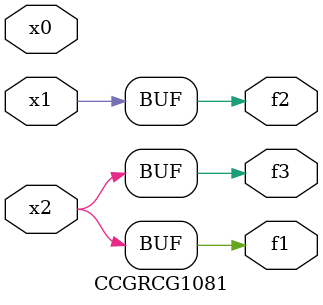
<source format=v>
module CCGRCG1081(
	input x0, x1, x2,
	output f1, f2, f3
);
	assign f1 = x2;
	assign f2 = x1;
	assign f3 = x2;
endmodule

</source>
